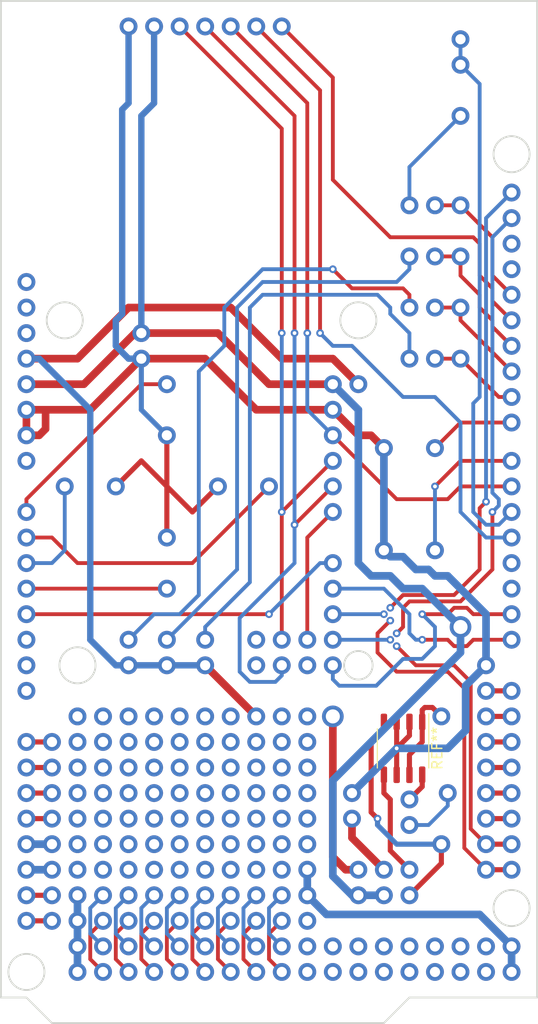
<source format=kicad_pcb>
(kicad_pcb (version 20171130) (host pcbnew "(5.1.9)-1")

  (general
    (thickness 1.6)
    (drawings 72)
    (tracks 645)
    (zones 0)
    (modules 1)
    (nets 1)
  )

  (page User 139.7 215.9)
  (layers
    (0 F.Cu mixed)
    (31 B.Cu mixed)
    (33 F.Adhes user hide)
    (35 F.Paste user hide)
    (37 F.SilkS user hide)
    (38 B.Mask user hide)
    (39 F.Mask user hide)
    (40 Dwgs.User user)
    (41 Cmts.User user hide)
    (42 Eco1.User user hide)
    (43 Eco2.User user hide)
    (44 Edge.Cuts user)
    (45 Margin user hide)
    (46 B.CrtYd user hide)
    (47 F.CrtYd user hide)
    (49 F.Fab user hide)
  )

  (setup
    (last_trace_width 0.508)
    (user_trace_width 0.381)
    (user_trace_width 0.508)
    (user_trace_width 0.635)
    (user_trace_width 0.762)
    (trace_clearance 0.254)
    (zone_clearance 0.508)
    (zone_45_only yes)
    (trace_min 0.1778)
    (via_size 1.524)
    (via_drill 0.889)
    (via_min_size 0.381)
    (via_min_drill 0.2794)
    (user_via 0.762 0.381)
    (user_via 1.27 0.635)
    (user_via 1.778 1.016)
    (user_via 2.286 1.524)
    (uvia_size 0.762)
    (uvia_drill 0.381)
    (uvias_allowed yes)
    (uvia_min_size 0.508)
    (uvia_min_drill 0.254)
    (edge_width 0.1778)
    (segment_width 0.1778)
    (pcb_text_width 0.3)
    (pcb_text_size 1.5 1.5)
    (mod_edge_width 0.1778)
    (mod_text_size 1 1)
    (mod_text_width 0.15)
    (pad_size 1.651 0.635)
    (pad_drill 0)
    (pad_to_mask_clearance 0)
    (aux_axis_origin 0 0)
    (grid_origin 8.89 8.89)
    (visible_elements 7FF8B61F)
    (pcbplotparams
      (layerselection 0x01100_ffffffff)
      (usegerberextensions false)
      (usegerberattributes true)
      (usegerberadvancedattributes true)
      (creategerberjobfile true)
      (gerberprecision 5)
      (excludeedgelayer true)
      (linewidth 0.127000)
      (plotframeref true)
      (viasonmask true)
      (mode 1)
      (useauxorigin false)
      (hpglpennumber 1)
      (hpglpenspeed 20)
      (hpglpendiameter 15.000000)
      (psnegative false)
      (psa4output false)
      (plotreference true)
      (plotvalue true)
      (plotinvisibletext false)
      (padsonsilk false)
      (subtractmaskfromsilk true)
      (outputformat 1)
      (mirror false)
      (drillshape 0)
      (scaleselection 1)
      (outputdirectory ""))
  )

  (net 0 "")

  (net_class Default "This is the default net class."
    (clearance 0.254)
    (trace_width 0.381)
    (via_dia 1.524)
    (via_drill 0.889)
    (uvia_dia 0.762)
    (uvia_drill 0.381)
  )

  (module Package_SO:SOP-8_3.9x4.9mm_P1.27mm (layer F.Cu) (tedit 60A131FC) (tstamp 60A123B7)
    (at 61.595 90.805 270)
    (descr "SOP, 8 Pin (http://www.macronix.com/Lists/Datasheet/Attachments/7534/MX25R3235F,%20Wide%20Range,%2032Mb,%20v1.6.pdf#page=79), generated with kicad-footprint-generator ipc_gullwing_generator.py")
    (tags "SOP SO")
    (attr smd)
    (fp_text reference REF** (at 0 -3.4 90) (layer F.SilkS)
      (effects (font (size 1 1) (thickness 0.15)))
    )
    (fp_text value SOP-8_3.9x4.9mm_P1.27mm (at 0 3.4 90) (layer F.Fab)
      (effects (font (size 1 1) (thickness 0.15)))
    )
    (fp_line (start 3.7 -2.7) (end -3.7 -2.7) (layer F.CrtYd) (width 0.05))
    (fp_line (start 3.7 2.7) (end 3.7 -2.7) (layer F.CrtYd) (width 0.05))
    (fp_line (start -3.7 2.7) (end 3.7 2.7) (layer F.CrtYd) (width 0.05))
    (fp_line (start -3.7 -2.7) (end -3.7 2.7) (layer F.CrtYd) (width 0.05))
    (fp_line (start -1.95 -1.475) (end -0.975 -2.45) (layer F.Fab) (width 0.1))
    (fp_line (start -1.95 2.45) (end -1.95 -1.475) (layer F.Fab) (width 0.1))
    (fp_line (start 1.95 2.45) (end -1.95 2.45) (layer F.Fab) (width 0.1))
    (fp_line (start 1.95 -2.45) (end 1.95 2.45) (layer F.Fab) (width 0.1))
    (fp_line (start -0.975 -2.45) (end 1.95 -2.45) (layer F.Fab) (width 0.1))
    (fp_line (start 0 -2.56) (end -3.45 -2.56) (layer F.SilkS) (width 0.12))
    (fp_line (start 0 -2.56) (end 1.95 -2.56) (layer F.SilkS) (width 0.12))
    (fp_line (start 0 2.56) (end -1.95 2.56) (layer F.SilkS) (width 0.12))
    (fp_line (start 0 2.56) (end 1.95 2.56) (layer F.SilkS) (width 0.12))
    (fp_text user %R (at 0 0 90) (layer F.Fab)
      (effects (font (size 0.98 0.98) (thickness 0.15)))
    )
    (pad 8 smd roundrect (at 2.625 -1.905 270) (size 1.651 0.635) (layers F.Cu F.Paste F.Mask) (roundrect_rratio 0.25))
    (pad 7 smd roundrect (at 2.625 -0.635 270) (size 1.651 0.635) (layers F.Cu F.Paste F.Mask) (roundrect_rratio 0.25))
    (pad 6 smd roundrect (at 2.625 0.635 270) (size 1.651 0.635) (layers F.Cu F.Paste F.Mask) (roundrect_rratio 0.25))
    (pad 5 smd roundrect (at 2.625 1.905 270) (size 1.651 0.635) (layers F.Cu F.Paste F.Mask) (roundrect_rratio 0.25))
    (pad 4 smd roundrect (at -2.625 1.905 270) (size 1.651 0.635) (layers F.Cu F.Paste F.Mask) (roundrect_rratio 0.25))
    (pad 3 smd roundrect (at -2.625 0.635 270) (size 1.651 0.635) (layers F.Cu F.Paste F.Mask) (roundrect_rratio 0.25))
    (pad 2 smd roundrect (at -2.625 -0.635 270) (size 1.651 0.635) (layers F.Cu F.Paste F.Mask) (roundrect_rratio 0.25))
    (pad 1 smd roundrect (at -2.625 -1.905 270) (size 1.651 0.635) (layers F.Cu F.Paste F.Mask) (roundrect_rratio 0.25))
    (model ${KISYS3DMOD}/Package_SO.3dshapes/SOP-8_3.9x4.9mm_P1.27mm.wrl
      (at (xyz 0 0 0))
      (scale (xyz 1 1 1))
      (rotate (xyz 0 0 0))
    )
  )

  (gr_line (start 65.405 100.33) (end 65.405 87.63) (layer Dwgs.User) (width 0.127) (tstamp 61135378))
  (gr_poly (pts (xy 69.342 87.376) (xy 68.453 91.186) (xy 67.056 90.805) (xy 68.072 86.995)) (layer Dwgs.User) (width 0.1))
  (gr_line (start 66.675 95.25) (end 69.85 82.55) (layer Dwgs.User) (width 0.127))
  (gr_line (start 60.96 82.296) (end 61.722 83.566) (layer Dwgs.User) (width 0.127))
  (gr_poly (pts (xy 60.706 84.201) (xy 59.944 82.931) (xy 61.341 82.931)) (layer Dwgs.User) (width 0.1))
  (gr_line (start 54.61 87.63) (end 67.31 78.74) (layer Dwgs.User) (width 0.127))
  (gr_line (start 63.5 101.6) (end 55.88 101.6) (layer Dwgs.User) (width 0.127) (tstamp 60C0D101))
  (gr_line (start 64.135 102.235) (end 63.5 101.6) (layer Dwgs.User) (width 0.127))
  (gr_line (start 68.58 102.235) (end 64.135 102.235) (layer Dwgs.User) (width 0.127))
  (gr_line (start 69.215 102.87) (end 68.58 102.235) (layer Dwgs.User) (width 0.127))
  (gr_line (start 69.215 105.41) (end 69.215 102.87) (layer Dwgs.User) (width 0.127))
  (gr_line (start 68.58 106.045) (end 69.215 105.41) (layer Dwgs.User) (width 0.127))
  (gr_line (start 64.135 106.045) (end 68.58 106.045) (layer Dwgs.User) (width 0.127))
  (gr_line (start 63.5 106.68) (end 64.135 106.045) (layer Dwgs.User) (width 0.127))
  (gr_line (start 55.88 106.68) (end 63.5 106.68) (layer Dwgs.User) (width 0.127))
  (gr_line (start 55.88 101.6) (end 55.88 106.68) (layer Dwgs.User) (width 0.127))
  (gr_line (start 57.785 93.98) (end 55.245 93.98) (layer Dwgs.User) (width 0.127) (tstamp 60C0D0EE))
  (gr_line (start 57.785 99.06) (end 57.785 93.98) (layer Dwgs.User) (width 0.127))
  (gr_line (start 55.245 99.06) (end 57.785 99.06) (layer Dwgs.User) (width 0.127))
  (gr_line (start 55.245 93.98) (end 55.245 99.06) (layer Dwgs.User) (width 0.127))
  (gr_circle (center 62.23 97.155) (end 62.23 95.25) (layer Dwgs.User) (width 0.127))
  (gr_circle (center 27.94 48.26) (end 29.21 49.53) (layer Edge.Cuts) (width 0.1778) (tstamp 604DB379))
  (gr_circle (center 57.15 48.26) (end 58.946051 48.26) (layer Edge.Cuts) (width 0.1778))
  (gr_line (start 62.23 115.57) (end 74.93 115.57) (layer Edge.Cuts) (width 0.1778) (tstamp 5FDE6659))
  (gr_line (start 59.69 118.11) (end 26.67 118.11) (layer Edge.Cuts) (width 0.1778) (tstamp 5FDE6656))
  (gr_circle (center 24.13 113.03) (end 25.4 114.3) (layer Edge.Cuts) (width 0.1778))
  (gr_line (start 59.69 118.11) (end 62.23 115.57) (layer Edge.Cuts) (width 0.1778))
  (gr_circle (center 72.39 106.68) (end 73.66 107.95) (layer Edge.Cuts) (width 0.1778))
  (gr_line (start 24.13 115.57) (end 26.67 118.11) (layer Edge.Cuts) (width 0.1778))
  (gr_line (start 21.59 115.57) (end 24.13 115.57) (layer Edge.Cuts) (width 0.1778))
  (gr_circle (center 29.21 82.55) (end 30.48 83.82) (layer Edge.Cuts) (width 0.1778))
  (gr_circle (center 57.15 82.55) (end 58.42 83.185) (layer Edge.Cuts) (width 0.1778))
  (gr_circle (center 72.39 31.75) (end 73.66 30.48) (layer Edge.Cuts) (width 0.1778))
  (gr_line (start 74.93 16.51) (end 21.59 16.51) (layer Edge.Cuts) (width 0.1778) (tstamp 5FC4A363))
  (gr_line (start 74.93 115.57) (end 74.93 16.51) (layer Edge.Cuts) (width 0.1778))
  (gr_line (start 21.59 16.51) (end 21.59 115.57) (layer Edge.Cuts) (width 0.1778))
  (gr_line (start 68.58 49.53) (end 68.58 45.72) (layer Dwgs.User) (width 0.15))
  (gr_line (start 60.96 49.53) (end 68.58 49.53) (layer Dwgs.User) (width 0.15))
  (gr_line (start 68.58 45.72) (end 60.96 45.72) (layer Dwgs.User) (width 0.15) (tstamp 5FC35979))
  (gr_line (start 60.96 45.72) (end 60.96 49.53) (layer Dwgs.User) (width 0.15))
  (gr_line (start 68.58 40.64) (end 60.96 40.64) (layer Dwgs.User) (width 0.15) (tstamp 5FC3595A))
  (gr_line (start 60.96 44.45) (end 68.58 44.45) (layer Dwgs.User) (width 0.15))
  (gr_line (start 60.96 40.64) (end 60.96 44.45) (layer Dwgs.User) (width 0.15))
  (gr_line (start 68.58 44.45) (end 68.58 40.64) (layer Dwgs.User) (width 0.15))
  (gr_line (start 68.58 35.56) (end 60.96 35.56) (layer Dwgs.User) (width 0.15) (tstamp 5FC35953))
  (gr_line (start 60.96 35.56) (end 60.96 39.37) (layer Dwgs.User) (width 0.15))
  (gr_line (start 60.96 39.37) (end 68.58 39.37) (layer Dwgs.User) (width 0.15))
  (gr_line (start 68.58 39.37) (end 68.58 35.56) (layer Dwgs.User) (width 0.15))
  (gr_circle (center 30.48 64.77) (end 33.02 64.77) (layer Dwgs.User) (width 0.15))
  (gr_circle (center 62.23 71.12) (end 64.77 71.12) (layer Dwgs.User) (width 0.15))
  (gr_line (start 25.4 45.72) (end 59.69 45.72) (layer Dwgs.User) (width 0.15))
  (gr_line (start 59.69 22.86) (end 25.4 22.86) (layer Dwgs.User) (width 0.15))
  (gr_line (start 68.58 50.8) (end 60.96 50.8) (layer Dwgs.User) (width 0.15) (tstamp 5FC3597F))
  (gr_line (start 68.58 54.61) (end 68.58 50.8) (layer Dwgs.User) (width 0.15))
  (gr_line (start 60.96 54.61) (end 68.58 54.61) (layer Dwgs.User) (width 0.15))
  (gr_line (start 60.96 50.8) (end 60.96 54.61) (layer Dwgs.User) (width 0.15))
  (gr_circle (center 67.31 24.13) (end 67.31 30.48) (layer Dwgs.User) (width 0.15))
  (gr_circle (center 45.72 64.77) (end 48.26 64.77) (layer Dwgs.User) (width 0.15))
  (gr_circle (center 38.1 72.39) (end 38.1 69.85) (layer Dwgs.User) (width 0.15))
  (gr_circle (center 38.1 57.15) (end 38.1 54.61) (layer Dwgs.User) (width 0.15))
  (gr_circle (center 62.23 60.96) (end 64.77 60.96) (layer Dwgs.User) (width 0.15))
  (gr_line (start 59.69 17.78) (end 25.4 17.78) (layer Dwgs.User) (width 0.15) (tstamp 5FC3435D))
  (gr_line (start 59.69 50.8) (end 59.69 17.78) (layer Dwgs.User) (width 0.15))
  (gr_line (start 25.4 50.8) (end 59.69 50.8) (layer Dwgs.User) (width 0.15))
  (gr_line (start 25.4 17.78) (end 25.4 50.8) (layer Dwgs.User) (width 0.15))
  (gr_line (start 53.34 78.74) (end 45.72 78.74) (layer Dwgs.User) (width 0.15) (tstamp 5FC342E7))
  (gr_line (start 53.34 83.82) (end 53.34 78.74) (layer Dwgs.User) (width 0.15))
  (gr_line (start 45.72 83.82) (end 53.34 83.82) (layer Dwgs.User) (width 0.15))
  (gr_line (start 45.72 78.74) (end 45.72 83.82) (layer Dwgs.User) (width 0.15))
  (gr_circle (center 41.91 81.28) (end 41.91 79.375) (layer Dwgs.User) (width 0.15))
  (gr_circle (center 38.1 81.28) (end 38.1 79.375) (layer Dwgs.User) (width 0.15))
  (gr_circle (center 34.29 81.28) (end 34.29 79.375) (layer Dwgs.User) (width 0.15))

  (via blind (at 49.53 67.31) (size 0.762) (drill 0.381) (layers F.Cu B.Cu) (net 0))
  (segment (start 35.56 54.61) (end 24.13 66.04) (width 0.381) (layer F.Cu) (net 0))
  (segment (start 24.13 66.04) (end 24.13 67.31) (width 0.381) (layer F.Cu) (net 0))
  (segment (start 26.67 72.39) (end 24.13 72.39) (width 0.381) (layer B.Cu) (net 0))
  (segment (start 40.64 72.39) (end 29.21 72.39) (width 0.381) (layer F.Cu) (net 0))
  (segment (start 29.21 72.39) (end 26.67 69.85) (width 0.381) (layer F.Cu) (net 0))
  (segment (start 26.67 69.85) (end 24.13 69.85) (width 0.381) (layer F.Cu) (net 0))
  (via blind (at 50.8 68.58) (size 0.762) (drill 0.381) (layers F.Cu B.Cu) (net 0))
  (segment (start 67.31 64.77) (end 66.04 66.04) (width 0.381) (layer F.Cu) (net 0))
  (segment (start 67.31 62.23) (end 64.77 64.77) (width 0.381) (layer F.Cu) (net 0))
  (via blind (at 64.77 64.77) (size 0.762) (drill 0.381) (layers F.Cu B.Cu) (net 0))
  (segment (start 43.815 46.99) (end 43.815 50.8) (width 0.381) (layer B.Cu) (net 0))
  (segment (start 47.625 43.18) (end 43.815 46.99) (width 0.381) (layer B.Cu) (net 0))
  (segment (start 47.625 44.45) (end 45.085 46.99) (width 0.381) (layer B.Cu) (net 0))
  (segment (start 62.23 43.18) (end 60.96 44.45) (width 0.381) (layer B.Cu) (net 0))
  (via (at 49.53 49.53) (size 0.762) (drill 0.381) (layers F.Cu B.Cu) (net 0))
  (segment (start 49.53 49.53) (end 49.53 67.31) (width 0.381) (layer B.Cu) (net 0) (tstamp 5FC36653))
  (via (at 50.8 49.53) (size 0.762) (drill 0.381) (layers F.Cu B.Cu) (net 0))
  (via (at 52.07 49.53) (size 0.762) (drill 0.381) (layers F.Cu B.Cu) (net 0))
  (segment (start 52.07 49.53) (end 52.07 57.15) (width 0.381) (layer B.Cu) (net 0) (tstamp 5FC3664F))
  (segment (start 52.07 57.15) (end 54.61 59.69) (width 0.381) (layer B.Cu) (net 0))
  (segment (start 48.26 54.61) (end 43.18 49.53) (width 0.762) (layer F.Cu) (net 0))
  (segment (start 43.18 49.53) (end 35.56 49.53) (width 0.762) (layer F.Cu) (net 0))
  (segment (start 62.23 33.02) (end 67.31 27.94) (width 0.381) (layer B.Cu) (net 0))
  (segment (start 52.07 69.85) (end 52.07 80.01) (width 0.381) (layer F.Cu) (net 0))
  (segment (start 49.53 67.31) (end 49.53 80.01) (width 0.381) (layer F.Cu) (net 0) (tstamp 5FC35249))
  (segment (start 27.94 71.12) (end 26.67 72.39) (width 0.381) (layer B.Cu) (net 0))
  (via (at 49.53 105.41) (size 1.778) (drill 1.016) (layers F.Cu B.Cu) (net 0))
  (via (at 46.99 105.41) (size 1.778) (drill 1.016) (layers F.Cu B.Cu) (net 0))
  (via (at 44.45 105.41) (size 1.778) (drill 1.016) (layers F.Cu B.Cu) (net 0))
  (via (at 41.91 105.41) (size 1.778) (drill 1.016) (layers F.Cu B.Cu) (net 0))
  (via (at 39.37 105.41) (size 1.778) (drill 1.016) (layers F.Cu B.Cu) (net 0))
  (via (at 36.83 105.41) (size 1.778) (drill 1.016) (layers F.Cu B.Cu) (net 0))
  (via (at 34.29 105.41) (size 1.778) (drill 1.016) (layers F.Cu B.Cu) (net 0))
  (via (at 31.75 105.41) (size 1.778) (drill 1.016) (layers F.Cu B.Cu) (net 0))
  (via (at 29.21 105.41) (size 1.778) (drill 1.016) (layers F.Cu B.Cu) (net 0))
  (via (at 29.21 107.95) (size 1.778) (drill 1.016) (layers F.Cu B.Cu) (net 0))
  (via (at 29.21 110.49) (size 1.778) (drill 1.016) (layers F.Cu B.Cu) (net 0))
  (via (at 29.21 113.03) (size 1.778) (drill 1.016) (layers F.Cu B.Cu) (net 0))
  (via (at 31.75 113.03) (size 1.778) (drill 1.016) (layers F.Cu B.Cu) (net 0))
  (via (at 31.75 110.49) (size 1.778) (drill 1.016) (layers F.Cu B.Cu) (net 0))
  (via (at 31.75 107.95) (size 1.778) (drill 1.016) (layers F.Cu B.Cu) (net 0))
  (via (at 34.29 107.95) (size 1.778) (drill 1.016) (layers F.Cu B.Cu) (net 0))
  (via (at 34.29 110.49) (size 1.778) (drill 1.016) (layers F.Cu B.Cu) (net 0))
  (via (at 34.29 113.03) (size 1.778) (drill 1.016) (layers F.Cu B.Cu) (net 0))
  (via (at 36.83 113.03) (size 1.778) (drill 1.016) (layers F.Cu B.Cu) (net 0))
  (via (at 36.83 110.49) (size 1.778) (drill 1.016) (layers F.Cu B.Cu) (net 0))
  (via (at 36.83 107.95) (size 1.778) (drill 1.016) (layers F.Cu B.Cu) (net 0))
  (via (at 39.37 107.95) (size 1.778) (drill 1.016) (layers F.Cu B.Cu) (net 0))
  (via (at 39.37 110.49) (size 1.778) (drill 1.016) (layers F.Cu B.Cu) (net 0))
  (via (at 39.37 113.03) (size 1.778) (drill 1.016) (layers F.Cu B.Cu) (net 0))
  (via (at 49.53 107.95) (size 1.778) (drill 1.016) (layers F.Cu B.Cu) (net 0))
  (via (at 46.99 107.95) (size 1.778) (drill 1.016) (layers F.Cu B.Cu) (net 0))
  (via (at 44.45 107.95) (size 1.778) (drill 1.016) (layers F.Cu B.Cu) (net 0))
  (via (at 41.91 107.95) (size 1.778) (drill 1.016) (layers F.Cu B.Cu) (net 0))
  (via (at 41.91 110.49) (size 1.778) (drill 1.016) (layers F.Cu B.Cu) (net 0))
  (via (at 41.91 113.03) (size 1.778) (drill 1.016) (layers F.Cu B.Cu) (net 0))
  (via (at 44.45 113.03) (size 1.778) (drill 1.016) (layers F.Cu B.Cu) (net 0))
  (via (at 44.45 110.49) (size 1.778) (drill 1.016) (layers F.Cu B.Cu) (net 0))
  (via (at 49.53 82.55) (size 1.778) (drill 1.016) (layers F.Cu B.Cu) (net 0))
  (via (at 49.53 80.01) (size 1.778) (drill 1.016) (layers F.Cu B.Cu) (net 0))
  (via (at 52.07 80.01) (size 1.778) (drill 1.016) (layers F.Cu B.Cu) (net 0))
  (via (at 52.07 82.55) (size 1.778) (drill 1.016) (layers F.Cu B.Cu) (net 0))
  (via (at 46.99 80.01) (size 1.778) (drill 1.016) (layers F.Cu B.Cu) (net 0))
  (via (at 46.99 82.55) (size 1.778) (drill 1.016) (layers F.Cu B.Cu) (net 0))
  (via (at 54.61 82.55) (size 1.778) (drill 1.016) (layers F.Cu B.Cu) (net 0))
  (via (at 54.61 80.01) (size 1.778) (drill 1.016) (layers F.Cu B.Cu) (net 0))
  (via (at 54.61 77.47) (size 1.778) (drill 1.016) (layers F.Cu B.Cu) (net 0))
  (via (at 54.61 74.93) (size 1.778) (drill 1.016) (layers F.Cu B.Cu) (net 0))
  (via (at 41.91 82.55) (size 1.778) (drill 1.016) (layers F.Cu B.Cu) (net 0))
  (via (at 41.91 80.01) (size 1.778) (drill 1.016) (layers F.Cu B.Cu) (net 0))
  (via (at 38.1 80.01) (size 1.778) (drill 1.016) (layers F.Cu B.Cu) (net 0))
  (via (at 38.1 82.55) (size 1.778) (drill 1.016) (layers F.Cu B.Cu) (net 0))
  (via (at 34.29 80.01) (size 1.778) (drill 1.016) (layers F.Cu B.Cu) (net 0))
  (via (at 24.13 74.93) (size 1.778) (drill 1.016) (layers F.Cu B.Cu) (net 0))
  (via (at 24.13 72.39) (size 1.778) (drill 1.016) (layers F.Cu B.Cu) (net 0))
  (via (at 24.13 69.85) (size 1.778) (drill 1.016) (layers F.Cu B.Cu) (net 0))
  (via (at 24.13 67.31) (size 1.778) (drill 1.016) (layers F.Cu B.Cu) (net 0))
  (via (at 24.13 90.17) (size 1.778) (drill 1.016) (layers F.Cu B.Cu) (net 0))
  (via (at 24.13 85.09) (size 1.778) (drill 1.016) (layers F.Cu B.Cu) (net 0))
  (via (at 24.13 82.55) (size 1.778) (drill 1.016) (layers F.Cu B.Cu) (net 0))
  (via (at 24.13 80.01) (size 1.778) (drill 1.016) (layers F.Cu B.Cu) (net 0))
  (via (at 24.13 92.71) (size 1.778) (drill 1.016) (layers F.Cu B.Cu) (net 0))
  (via (at 26.67 92.71) (size 1.778) (drill 1.016) (layers F.Cu B.Cu) (net 0))
  (via (at 26.67 90.17) (size 1.778) (drill 1.016) (layers F.Cu B.Cu) (net 0))
  (via (at 72.39 80.01) (size 1.778) (drill 1.016) (layers F.Cu B.Cu) (net 0))
  (via (at 72.39 77.47) (size 1.778) (drill 1.016) (layers F.Cu B.Cu) (net 0))
  (via (at 72.39 74.93) (size 1.778) (drill 1.016) (layers F.Cu B.Cu) (net 0))
  (via (at 72.39 72.39) (size 1.778) (drill 1.016) (layers F.Cu B.Cu) (net 0))
  (via (at 72.39 67.31) (size 1.778) (drill 1.016) (layers F.Cu B.Cu) (net 0))
  (segment (start 72.39 64.77) (end 67.31 64.77) (width 0.381) (layer F.Cu) (net 0) (tstamp 5FDE63AB))
  (via (at 72.39 64.77) (size 1.778) (drill 1.016) (layers F.Cu B.Cu) (net 0))
  (segment (start 72.39 62.23) (end 67.31 62.23) (width 0.381) (layer F.Cu) (net 0) (tstamp 5FDE63AD))
  (via (at 72.39 62.23) (size 1.778) (drill 1.016) (layers F.Cu B.Cu) (net 0))
  (via (at 72.39 58.42) (size 1.778) (drill 1.016) (layers F.Cu B.Cu) (net 0))
  (via (at 72.39 55.88) (size 1.778) (drill 1.016) (layers F.Cu B.Cu) (net 0))
  (via (at 72.39 53.34) (size 1.778) (drill 1.016) (layers F.Cu B.Cu) (net 0))
  (via (at 72.39 48.26) (size 1.778) (drill 1.016) (layers F.Cu B.Cu) (net 0))
  (via (at 72.39 45.72) (size 1.778) (drill 1.016) (layers F.Cu B.Cu) (net 0))
  (via (at 72.39 43.18) (size 1.778) (drill 1.016) (layers F.Cu B.Cu) (net 0))
  (via (at 72.39 40.64) (size 1.778) (drill 1.016) (layers F.Cu B.Cu) (net 0))
  (via (at 72.39 38.1) (size 1.778) (drill 1.016) (layers F.Cu B.Cu) (net 0))
  (via (at 72.39 35.56) (size 1.778) (drill 1.016) (layers F.Cu B.Cu) (net 0))
  (via (at 67.31 36.83) (size 1.778) (drill 1.016) (layers F.Cu B.Cu) (net 0))
  (via (at 64.77 36.83) (size 1.778) (drill 1.016) (layers F.Cu B.Cu) (net 0))
  (via (at 62.23 36.83) (size 1.778) (drill 1.016) (layers F.Cu B.Cu) (net 0))
  (via (at 62.23 41.91) (size 1.778) (drill 1.016) (layers F.Cu B.Cu) (net 0))
  (segment (start 62.23 41.91) (end 62.23 43.18) (width 0.381) (layer B.Cu) (net 0) (tstamp 5FDE63C3))
  (via (at 67.31 41.91) (size 1.778) (drill 1.016) (layers F.Cu B.Cu) (net 0))
  (via (at 67.31 46.99) (size 1.778) (drill 1.016) (layers F.Cu B.Cu) (net 0))
  (via (at 62.23 46.99) (size 1.778) (drill 1.016) (layers F.Cu B.Cu) (net 0))
  (via (at 62.23 52.07) (size 1.778) (drill 1.016) (layers F.Cu B.Cu) (net 0))
  (via (at 64.77 52.07) (size 1.778) (drill 1.016) (layers F.Cu B.Cu) (net 0))
  (via (at 67.31 52.07) (size 1.778) (drill 1.016) (layers F.Cu B.Cu) (net 0))
  (via (at 64.77 60.96) (size 1.778) (drill 1.016) (layers F.Cu B.Cu) (net 0))
  (via (at 59.69 60.96) (size 1.778) (drill 1.016) (layers F.Cu B.Cu) (net 0))
  (via (at 64.77 71.12) (size 1.778) (drill 1.016) (layers F.Cu B.Cu) (net 0))
  (via (at 59.69 71.12) (size 1.778) (drill 1.016) (layers F.Cu B.Cu) (net 0))
  (segment (start 54.61 67.31) (end 52.07 69.85) (width 0.381) (layer F.Cu) (net 0) (tstamp 5FDE63D7))
  (via (at 54.61 67.31) (size 1.778) (drill 1.016) (layers F.Cu B.Cu) (net 0))
  (segment (start 54.61 64.77) (end 50.8 68.58) (width 0.381) (layer F.Cu) (net 0) (tstamp 5FDE63D9))
  (via (at 54.61 64.77) (size 1.778) (drill 1.016) (layers F.Cu B.Cu) (net 0))
  (segment (start 54.61 62.23) (end 49.53 67.31) (width 0.381) (layer F.Cu) (net 0) (tstamp 5FDE63DB))
  (via (at 54.61 62.23) (size 1.778) (drill 1.016) (layers F.Cu B.Cu) (net 0))
  (via (at 54.61 59.69) (size 1.778) (drill 1.016) (layers F.Cu B.Cu) (net 0))
  (via (at 54.61 57.15) (size 1.778) (drill 1.016) (layers F.Cu B.Cu) (net 0))
  (segment (start 54.61 54.61) (end 48.26 54.61) (width 0.762) (layer F.Cu) (net 0) (tstamp 5FDE63E1))
  (via (at 54.61 54.61) (size 1.778) (drill 1.016) (layers F.Cu B.Cu) (net 0))
  (segment (start 48.26 64.77) (end 40.64 72.39) (width 0.381) (layer F.Cu) (net 0) (tstamp 5FDE63E3))
  (via (at 48.26 64.77) (size 1.778) (drill 1.016) (layers F.Cu B.Cu) (net 0))
  (via (at 43.18 64.77) (size 1.778) (drill 1.016) (layers F.Cu B.Cu) (net 0))
  (via (at 38.1 69.85) (size 1.778) (drill 1.016) (layers F.Cu B.Cu) (net 0))
  (segment (start 38.1 74.93) (end 24.13 74.93) (width 0.381) (layer F.Cu) (net 0) (tstamp 5FDE63F8))
  (via (at 38.1 74.93) (size 1.778) (drill 1.016) (layers F.Cu B.Cu) (net 0))
  (segment (start 38.1 54.61) (end 35.56 54.61) (width 0.381) (layer F.Cu) (net 0) (tstamp 5FDE63FA))
  (via (at 38.1 54.61) (size 1.778) (drill 1.016) (layers F.Cu B.Cu) (net 0))
  (via (at 38.1 59.69) (size 1.778) (drill 1.016) (layers F.Cu B.Cu) (net 0))
  (via (at 33.02 64.77) (size 1.778) (drill 1.016) (layers F.Cu B.Cu) (net 0))
  (segment (start 27.94 64.77) (end 27.94 71.12) (width 0.381) (layer B.Cu) (net 0) (tstamp 5FDE6400))
  (via (at 27.94 64.77) (size 1.778) (drill 1.016) (layers F.Cu B.Cu) (net 0))
  (via (at 52.07 87.63) (size 1.778) (drill 1.016) (layers F.Cu B.Cu) (net 0))
  (via (at 49.53 87.63) (size 1.778) (drill 1.016) (layers F.Cu B.Cu) (net 0))
  (via (at 46.99 87.63) (size 1.778) (drill 1.016) (layers F.Cu B.Cu) (net 0))
  (via (at 44.45 87.63) (size 1.778) (drill 1.016) (layers F.Cu B.Cu) (net 0))
  (via (at 41.91 87.63) (size 1.778) (drill 1.016) (layers F.Cu B.Cu) (net 0))
  (via (at 39.37 87.63) (size 1.778) (drill 1.016) (layers F.Cu B.Cu) (net 0))
  (via (at 36.83 87.63) (size 1.778) (drill 1.016) (layers F.Cu B.Cu) (net 0))
  (via (at 34.29 87.63) (size 1.778) (drill 1.016) (layers F.Cu B.Cu) (net 0))
  (via (at 31.75 87.63) (size 1.778) (drill 1.016) (layers F.Cu B.Cu) (net 0))
  (via (at 31.75 90.17) (size 1.778) (drill 1.016) (layers F.Cu B.Cu) (net 0))
  (via (at 31.75 92.71) (size 1.778) (drill 1.016) (layers F.Cu B.Cu) (net 0))
  (via (at 31.75 95.25) (size 1.778) (drill 1.016) (layers F.Cu B.Cu) (net 0))
  (via (at 31.75 97.79) (size 1.778) (drill 1.016) (layers F.Cu B.Cu) (net 0))
  (via (at 31.75 100.33) (size 1.778) (drill 1.016) (layers F.Cu B.Cu) (net 0))
  (via (at 31.75 102.87) (size 1.778) (drill 1.016) (layers F.Cu B.Cu) (net 0))
  (via (at 29.21 102.87) (size 1.778) (drill 1.016) (layers F.Cu B.Cu) (net 0))
  (via (at 26.67 102.87) (size 1.778) (drill 1.016) (layers F.Cu B.Cu) (net 0))
  (via (at 26.67 100.33) (size 1.778) (drill 1.016) (layers F.Cu B.Cu) (net 0))
  (via (at 24.13 100.33) (size 1.778) (drill 1.016) (layers F.Cu B.Cu) (net 0))
  (via (at 24.13 97.79) (size 1.778) (drill 1.016) (layers F.Cu B.Cu) (net 0))
  (via (at 26.67 97.79) (size 1.778) (drill 1.016) (layers F.Cu B.Cu) (net 0))
  (via (at 26.67 95.25) (size 1.778) (drill 1.016) (layers F.Cu B.Cu) (net 0))
  (via (at 24.13 95.25) (size 1.778) (drill 1.016) (layers F.Cu B.Cu) (net 0))
  (via (at 26.67 105.41) (size 1.778) (drill 1.016) (layers F.Cu B.Cu) (net 0))
  (via (at 24.13 105.41) (size 1.778) (drill 1.016) (layers F.Cu B.Cu) (net 0))
  (via (at 24.13 107.95) (size 1.778) (drill 1.016) (layers F.Cu B.Cu) (net 0))
  (via (at 24.13 102.87) (size 1.778) (drill 1.016) (layers F.Cu B.Cu) (net 0))
  (via (at 26.67 107.95) (size 1.778) (drill 1.016) (layers F.Cu B.Cu) (net 0))
  (via (at 29.21 100.33) (size 1.778) (drill 1.016) (layers F.Cu B.Cu) (net 0))
  (via (at 29.21 97.79) (size 1.778) (drill 1.016) (layers F.Cu B.Cu) (net 0))
  (via (at 29.21 95.25) (size 1.778) (drill 1.016) (layers F.Cu B.Cu) (net 0))
  (via (at 29.21 92.71) (size 1.778) (drill 1.016) (layers F.Cu B.Cu) (net 0))
  (via (at 29.21 90.17) (size 1.778) (drill 1.016) (layers F.Cu B.Cu) (net 0))
  (via (at 29.21 87.63) (size 1.778) (drill 1.016) (layers F.Cu B.Cu) (net 0))
  (via (at 34.29 90.17) (size 1.778) (drill 1.016) (layers F.Cu B.Cu) (net 0))
  (via (at 36.83 90.17) (size 1.778) (drill 1.016) (layers F.Cu B.Cu) (net 0))
  (via (at 39.37 90.17) (size 1.778) (drill 1.016) (layers F.Cu B.Cu) (net 0))
  (via (at 39.37 92.71) (size 1.778) (drill 1.016) (layers F.Cu B.Cu) (net 0))
  (via (at 36.83 92.71) (size 1.778) (drill 1.016) (layers F.Cu B.Cu) (net 0))
  (via (at 34.29 92.71) (size 1.778) (drill 1.016) (layers F.Cu B.Cu) (net 0))
  (via (at 34.29 95.25) (size 1.778) (drill 1.016) (layers F.Cu B.Cu) (net 0))
  (via (at 34.29 97.79) (size 1.778) (drill 1.016) (layers F.Cu B.Cu) (net 0))
  (via (at 34.29 100.33) (size 1.778) (drill 1.016) (layers F.Cu B.Cu) (net 0))
  (via (at 34.29 102.87) (size 1.778) (drill 1.016) (layers F.Cu B.Cu) (net 0))
  (via (at 36.83 102.87) (size 1.778) (drill 1.016) (layers F.Cu B.Cu) (net 0))
  (via (at 36.83 100.33) (size 1.778) (drill 1.016) (layers F.Cu B.Cu) (net 0))
  (via (at 36.83 97.79) (size 1.778) (drill 1.016) (layers F.Cu B.Cu) (net 0))
  (via (at 36.83 95.25) (size 1.778) (drill 1.016) (layers F.Cu B.Cu) (net 0))
  (via (at 39.37 95.25) (size 1.778) (drill 1.016) (layers F.Cu B.Cu) (net 0))
  (via (at 39.37 97.79) (size 1.778) (drill 1.016) (layers F.Cu B.Cu) (net 0))
  (via (at 39.37 100.33) (size 1.778) (drill 1.016) (layers F.Cu B.Cu) (net 0))
  (via (at 39.37 102.87) (size 1.778) (drill 1.016) (layers F.Cu B.Cu) (net 0))
  (via (at 41.91 102.87) (size 1.778) (drill 1.016) (layers F.Cu B.Cu) (net 0))
  (via (at 44.45 102.87) (size 1.778) (drill 1.016) (layers F.Cu B.Cu) (net 0))
  (via (at 46.99 102.87) (size 1.778) (drill 1.016) (layers F.Cu B.Cu) (net 0))
  (via (at 49.53 102.87) (size 1.778) (drill 1.016) (layers F.Cu B.Cu) (net 0))
  (via (at 49.53 100.33) (size 1.778) (drill 1.016) (layers F.Cu B.Cu) (net 0))
  (via (at 46.99 100.33) (size 1.778) (drill 1.016) (layers F.Cu B.Cu) (net 0))
  (via (at 44.45 100.33) (size 1.778) (drill 1.016) (layers F.Cu B.Cu) (net 0))
  (via (at 41.91 100.33) (size 1.778) (drill 1.016) (layers F.Cu B.Cu) (net 0))
  (via (at 41.91 97.79) (size 1.778) (drill 1.016) (layers F.Cu B.Cu) (net 0))
  (via (at 44.45 97.79) (size 1.778) (drill 1.016) (layers F.Cu B.Cu) (net 0))
  (via (at 46.99 97.79) (size 1.778) (drill 1.016) (layers F.Cu B.Cu) (net 0))
  (via (at 49.53 97.79) (size 1.778) (drill 1.016) (layers F.Cu B.Cu) (net 0))
  (via (at 52.07 107.95) (size 1.778) (drill 1.016) (layers F.Cu B.Cu) (net 0))
  (via (at 49.53 95.25) (size 1.778) (drill 1.016) (layers F.Cu B.Cu) (net 0))
  (via (at 46.99 95.25) (size 1.778) (drill 1.016) (layers F.Cu B.Cu) (net 0))
  (via (at 44.45 95.25) (size 1.778) (drill 1.016) (layers F.Cu B.Cu) (net 0))
  (via (at 41.91 95.25) (size 1.778) (drill 1.016) (layers F.Cu B.Cu) (net 0))
  (via (at 41.91 92.71) (size 1.778) (drill 1.016) (layers F.Cu B.Cu) (net 0))
  (via (at 41.91 90.17) (size 1.778) (drill 1.016) (layers F.Cu B.Cu) (net 0))
  (via (at 44.45 90.17) (size 1.778) (drill 1.016) (layers F.Cu B.Cu) (net 0))
  (via (at 44.45 92.71) (size 1.778) (drill 1.016) (layers F.Cu B.Cu) (net 0))
  (via (at 46.99 92.71) (size 1.778) (drill 1.016) (layers F.Cu B.Cu) (net 0))
  (via (at 46.99 90.17) (size 1.778) (drill 1.016) (layers F.Cu B.Cu) (net 0))
  (via (at 49.53 90.17) (size 1.778) (drill 1.016) (layers F.Cu B.Cu) (net 0))
  (via (at 49.53 92.71) (size 1.778) (drill 1.016) (layers F.Cu B.Cu) (net 0))
  (via (at 52.07 92.71) (size 1.778) (drill 1.016) (layers F.Cu B.Cu) (net 0))
  (via (at 52.07 90.17) (size 1.778) (drill 1.016) (layers F.Cu B.Cu) (net 0))
  (via (at 24.13 62.23) (size 1.778) (drill 1.016) (layers F.Cu B.Cu) (net 0))
  (via (at 24.13 59.69) (size 1.778) (drill 1.016) (layers F.Cu B.Cu) (net 0))
  (via (at 24.13 57.15) (size 1.778) (drill 1.016) (layers F.Cu B.Cu) (net 0))
  (via (at 24.13 54.61) (size 1.778) (drill 1.016) (layers F.Cu B.Cu) (net 0))
  (via (at 24.13 52.07) (size 1.778) (drill 1.016) (layers F.Cu B.Cu) (net 0))
  (via (at 24.13 49.53) (size 1.778) (drill 1.016) (layers F.Cu B.Cu) (net 0))
  (via (at 24.13 46.99) (size 1.778) (drill 1.016) (layers F.Cu B.Cu) (net 0))
  (via (at 24.13 44.45) (size 1.778) (drill 1.016) (layers F.Cu B.Cu) (net 0))
  (via (at 49.53 19.05) (size 1.778) (drill 1.016) (layers F.Cu B.Cu) (net 0))
  (via (at 44.45 19.05) (size 1.778) (drill 1.016) (layers F.Cu B.Cu) (net 0))
  (via (at 41.91 19.05) (size 1.778) (drill 1.016) (layers F.Cu B.Cu) (net 0))
  (via (at 39.37 19.05) (size 1.778) (drill 1.016) (layers F.Cu B.Cu) (net 0))
  (via (at 36.83 19.05) (size 1.778) (drill 1.016) (layers F.Cu B.Cu) (net 0))
  (via (at 34.29 19.05) (size 1.778) (drill 1.016) (layers F.Cu B.Cu) (net 0))
  (via (at 67.31 27.94) (size 1.778) (drill 1.016) (layers F.Cu B.Cu) (net 0))
  (via (at 67.31 20.32) (size 1.778) (drill 1.016) (layers F.Cu B.Cu) (net 0))
  (via (at 56.515 97.79) (size 1.778) (drill 1.016) (layers F.Cu B.Cu) (net 0))
  (via (at 57.15 110.49) (size 1.778) (drill 1.016) (layers F.Cu B.Cu) (net 0))
  (via (at 57.15 113.03) (size 1.778) (drill 1.016) (layers F.Cu B.Cu) (net 0))
  (via (at 59.69 113.03) (size 1.778) (drill 1.016) (layers F.Cu B.Cu) (net 0))
  (via (at 59.69 110.49) (size 1.778) (drill 1.016) (layers F.Cu B.Cu) (net 0))
  (via (at 62.23 110.49) (size 1.778) (drill 1.016) (layers F.Cu B.Cu) (net 0))
  (via (at 62.23 113.03) (size 1.778) (drill 1.016) (layers F.Cu B.Cu) (net 0))
  (via (at 56.515 95.25) (size 1.778) (drill 1.016) (layers F.Cu B.Cu) (net 0))
  (via (at 52.07 105.41) (size 1.778) (drill 1.016) (layers F.Cu B.Cu) (net 0))
  (via (at 46.99 110.49) (size 1.778) (drill 1.016) (layers F.Cu B.Cu) (net 0))
  (via (at 46.99 113.03) (size 1.778) (drill 1.016) (layers F.Cu B.Cu) (net 0))
  (via (at 49.53 110.49) (size 1.778) (drill 1.016) (layers F.Cu B.Cu) (net 0))
  (via (at 49.53 113.03) (size 1.778) (drill 1.016) (layers F.Cu B.Cu) (net 0))
  (via (at 52.07 113.03) (size 1.778) (drill 1.016) (layers F.Cu B.Cu) (net 0))
  (via (at 52.07 110.49) (size 1.778) (drill 1.016) (layers F.Cu B.Cu) (net 0))
  (segment (start 43.815 50.8) (end 41.275 53.34) (width 0.381) (layer B.Cu) (net 0))
  (segment (start 50.8 49.53) (end 50.8 68.58) (width 0.381) (layer B.Cu) (net 0))
  (via (at 67.31 22.86) (size 1.778) (drill 1.016) (layers F.Cu B.Cu) (net 0))
  (segment (start 67.31 22.86) (end 67.31 20.32) (width 0.381) (layer B.Cu) (net 0))
  (segment (start 31.75 113.03) (end 30.48 111.76) (width 0.381) (layer F.Cu) (net 0))
  (segment (start 30.48 111.76) (end 30.48 109.22) (width 0.381) (layer F.Cu) (net 0))
  (segment (start 34.29 113.03) (end 33.02 111.76) (width 0.381) (layer F.Cu) (net 0))
  (segment (start 33.02 111.76) (end 33.02 109.22) (width 0.381) (layer F.Cu) (net 0))
  (segment (start 36.83 113.03) (end 35.56 111.76) (width 0.381) (layer F.Cu) (net 0))
  (segment (start 35.56 111.76) (end 35.56 109.22) (width 0.381) (layer F.Cu) (net 0))
  (segment (start 39.37 113.03) (end 38.1 111.76) (width 0.381) (layer F.Cu) (net 0))
  (segment (start 38.1 111.76) (end 38.1 109.22) (width 0.381) (layer F.Cu) (net 0))
  (segment (start 41.91 113.03) (end 40.64 111.76) (width 0.381) (layer F.Cu) (net 0))
  (segment (start 40.64 111.76) (end 40.64 109.22) (width 0.381) (layer F.Cu) (net 0))
  (segment (start 44.45 113.03) (end 43.18 111.76) (width 0.381) (layer F.Cu) (net 0))
  (segment (start 43.18 111.76) (end 43.18 109.22) (width 0.381) (layer F.Cu) (net 0))
  (segment (start 46.99 113.03) (end 45.72 111.76) (width 0.381) (layer F.Cu) (net 0))
  (segment (start 45.72 111.76) (end 45.72 109.22) (width 0.381) (layer F.Cu) (net 0))
  (segment (start 49.53 113.03) (end 48.26 111.76) (width 0.381) (layer F.Cu) (net 0))
  (segment (start 48.26 111.76) (end 48.26 109.22) (width 0.381) (layer F.Cu) (net 0))
  (segment (start 31.75 110.49) (end 30.48 109.22) (width 0.381) (layer B.Cu) (net 0))
  (segment (start 34.29 110.49) (end 33.02 109.22) (width 0.381) (layer B.Cu) (net 0))
  (segment (start 36.83 110.49) (end 35.56 109.22) (width 0.381) (layer B.Cu) (net 0))
  (segment (start 38.1 109.22) (end 39.37 110.49) (width 0.381) (layer B.Cu) (net 0))
  (segment (start 41.91 110.49) (end 40.64 109.22) (width 0.381) (layer B.Cu) (net 0))
  (segment (start 43.18 109.22) (end 44.45 110.49) (width 0.381) (layer B.Cu) (net 0))
  (segment (start 46.99 110.49) (end 45.72 109.22) (width 0.381) (layer B.Cu) (net 0))
  (segment (start 48.26 109.22) (end 49.53 110.49) (width 0.381) (layer B.Cu) (net 0))
  (segment (start 49.53 29.21) (end 39.37 19.05) (width 0.381) (layer F.Cu) (net 0))
  (segment (start 49.53 49.53) (end 49.53 29.21) (width 0.381) (layer F.Cu) (net 0))
  (segment (start 50.8 27.94) (end 41.91 19.05) (width 0.381) (layer F.Cu) (net 0))
  (segment (start 50.8 49.53) (end 50.8 27.94) (width 0.381) (layer F.Cu) (net 0))
  (segment (start 52.07 26.67) (end 44.45 19.05) (width 0.381) (layer F.Cu) (net 0))
  (segment (start 52.07 49.53) (end 52.07 26.67) (width 0.381) (layer F.Cu) (net 0))
  (segment (start 54.61 24.13) (end 49.53 19.05) (width 0.381) (layer F.Cu) (net 0))
  (segment (start 54.61 34.29) (end 54.61 24.13) (width 0.381) (layer F.Cu) (net 0))
  (segment (start 60.96 66.04) (end 54.61 59.69) (width 0.381) (layer F.Cu) (net 0))
  (segment (start 60.96 66.04) (end 66.04 66.04) (width 0.381) (layer F.Cu) (net 0) (tstamp 601AB4D7))
  (segment (start 47.625 44.45) (end 60.96 44.45) (width 0.381) (layer B.Cu) (net 0))
  (segment (start 47.625 43.18) (end 54.61 43.18) (width 0.381) (layer B.Cu) (net 0))
  (via (at 24.13 77.47) (size 1.778) (drill 1.016) (layers F.Cu B.Cu) (net 0))
  (via (at 54.61 72.39) (size 1.778) (drill 1.016) (layers F.Cu B.Cu) (net 0))
  (via blind (at 48.26 77.47) (size 0.762) (drill 0.381) (layers F.Cu B.Cu) (net 0))
  (segment (start 54.61 72.39) (end 53.34 72.39) (width 0.381) (layer B.Cu) (net 0))
  (segment (start 53.34 72.39) (end 48.26 77.47) (width 0.381) (layer B.Cu) (net 0))
  (via (at 34.29 82.55) (size 1.778) (drill 1.016) (layers F.Cu B.Cu) (net 0))
  (segment (start 25.4 52.07) (end 30.48 57.15) (width 0.635) (layer B.Cu) (net 0))
  (segment (start 24.13 52.07) (end 25.4 52.07) (width 0.635) (layer B.Cu) (net 0))
  (segment (start 35.56 57.15) (end 38.1 59.69) (width 0.508) (layer B.Cu) (net 0))
  (segment (start 40.64 67.31) (end 43.18 64.77) (width 0.508) (layer F.Cu) (net 0))
  (segment (start 33.02 64.77) (end 35.56 62.23) (width 0.508) (layer F.Cu) (net 0))
  (segment (start 35.56 62.23) (end 40.64 67.31) (width 0.508) (layer F.Cu) (net 0))
  (segment (start 38.1 59.69) (end 38.1 69.85) (width 0.508) (layer F.Cu) (net 0))
  (via blind (at 54.61 43.18) (size 0.762) (drill 0.381) (layers F.Cu B.Cu) (net 0))
  (segment (start 54.61 54.61) (end 57.15 57.15) (width 0.762) (layer B.Cu) (net 0))
  (segment (start 48.26 77.47) (end 24.13 77.47) (width 0.381) (layer F.Cu) (net 0))
  (segment (start 30.48 57.15) (end 30.48 80.01) (width 0.635) (layer B.Cu) (net 0))
  (segment (start 30.48 80.01) (end 33.02 82.55) (width 0.635) (layer B.Cu) (net 0))
  (segment (start 33.02 82.55) (end 34.29 82.55) (width 0.635) (layer B.Cu) (net 0))
  (segment (start 34.29 82.55) (end 38.1 82.55) (width 0.635) (layer B.Cu) (net 0))
  (segment (start 38.1 82.55) (end 41.91 82.55) (width 0.635) (layer B.Cu) (net 0))
  (segment (start 34.29 80.01) (end 36.83 77.47) (width 0.381) (layer B.Cu) (net 0))
  (segment (start 36.83 77.47) (end 39.37 77.47) (width 0.381) (layer B.Cu) (net 0))
  (segment (start 39.37 77.47) (end 41.275 75.565) (width 0.381) (layer B.Cu) (net 0))
  (segment (start 38.1 80.01) (end 45.085 73.025) (width 0.381) (layer B.Cu) (net 0))
  (segment (start 45.085 46.99) (end 45.085 73.025) (width 0.381) (layer B.Cu) (net 0))
  (segment (start 41.91 80.01) (end 41.91 78.74) (width 0.381) (layer B.Cu) (net 0))
  (segment (start 41.91 78.74) (end 46.355 74.295) (width 0.381) (layer B.Cu) (net 0))
  (segment (start 41.275 75.565) (end 41.275 53.34) (width 0.381) (layer B.Cu) (net 0))
  (segment (start 70.485 43.815) (end 72.39 45.72) (width 0.381) (layer F.Cu) (net 0))
  (segment (start 70.485 40.005) (end 70.485 43.815) (width 0.381) (layer F.Cu) (net 0))
  (segment (start 54.61 34.29) (end 60.325 40.005) (width 0.381) (layer F.Cu) (net 0))
  (segment (start 60.325 40.005) (end 68.58 40.005) (width 0.381) (layer F.Cu) (net 0))
  (segment (start 68.58 40.005) (end 69.215 40.64) (width 0.381) (layer F.Cu) (net 0))
  (segment (start 69.215 40.64) (end 69.215 43.815) (width 0.381) (layer F.Cu) (net 0))
  (segment (start 69.215 43.815) (end 70.485 45.085) (width 0.381) (layer F.Cu) (net 0))
  (segment (start 70.485 46.355) (end 72.39 48.26) (width 0.381) (layer F.Cu) (net 0))
  (segment (start 70.485 45.085) (end 70.485 46.355) (width 0.381) (layer F.Cu) (net 0))
  (segment (start 67.31 48.26) (end 67.31 46.99) (width 0.381) (layer F.Cu) (net 0))
  (segment (start 62.23 46.99) (end 62.23 45.72) (width 0.381) (layer F.Cu) (net 0))
  (segment (start 62.23 45.72) (end 61.595 45.085) (width 0.381) (layer F.Cu) (net 0))
  (segment (start 56.515 45.085) (end 54.61 43.18) (width 0.381) (layer F.Cu) (net 0))
  (segment (start 61.595 45.085) (end 56.515 45.085) (width 0.381) (layer F.Cu) (net 0))
  (segment (start 62.23 36.83) (end 62.23 33.02) (width 0.381) (layer B.Cu) (net 0))
  (segment (start 38.1 106.68) (end 38.1 109.22) (width 0.381) (layer B.Cu) (net 0))
  (segment (start 40.64 106.68) (end 41.91 105.41) (width 0.381) (layer B.Cu) (net 0))
  (segment (start 40.64 109.22) (end 40.64 106.68) (width 0.381) (layer B.Cu) (net 0))
  (segment (start 39.37 105.41) (end 38.1 106.68) (width 0.381) (layer B.Cu) (net 0))
  (segment (start 44.45 105.41) (end 43.18 106.68) (width 0.381) (layer B.Cu) (net 0))
  (segment (start 49.53 105.41) (end 48.26 106.68) (width 0.381) (layer B.Cu) (net 0))
  (segment (start 45.72 106.68) (end 46.99 105.41) (width 0.381) (layer B.Cu) (net 0))
  (segment (start 43.18 106.68) (end 43.18 109.22) (width 0.381) (layer B.Cu) (net 0))
  (segment (start 45.72 109.22) (end 45.72 106.68) (width 0.381) (layer B.Cu) (net 0))
  (segment (start 48.26 106.68) (end 48.26 109.22) (width 0.381) (layer B.Cu) (net 0))
  (segment (start 38.1 109.22) (end 39.37 107.95) (width 0.381) (layer F.Cu) (net 0))
  (segment (start 30.48 106.68) (end 31.75 105.41) (width 0.381) (layer B.Cu) (net 0))
  (segment (start 30.48 109.22) (end 30.48 106.68) (width 0.381) (layer B.Cu) (net 0))
  (segment (start 35.56 109.22) (end 36.83 107.95) (width 0.381) (layer F.Cu) (net 0))
  (segment (start 43.18 109.22) (end 44.45 107.95) (width 0.381) (layer F.Cu) (net 0))
  (segment (start 40.64 109.22) (end 41.91 107.95) (width 0.381) (layer F.Cu) (net 0))
  (segment (start 33.02 109.22) (end 34.29 107.95) (width 0.381) (layer F.Cu) (net 0))
  (segment (start 30.48 109.22) (end 31.75 107.95) (width 0.381) (layer F.Cu) (net 0))
  (segment (start 35.56 106.68) (end 36.83 105.41) (width 0.381) (layer B.Cu) (net 0))
  (segment (start 45.72 109.22) (end 46.99 107.95) (width 0.381) (layer F.Cu) (net 0))
  (segment (start 48.26 109.22) (end 49.53 107.95) (width 0.381) (layer F.Cu) (net 0))
  (segment (start 35.56 109.22) (end 35.56 106.68) (width 0.381) (layer B.Cu) (net 0))
  (segment (start 33.02 106.68) (end 34.29 105.41) (width 0.381) (layer B.Cu) (net 0))
  (segment (start 33.02 109.22) (end 33.02 106.68) (width 0.381) (layer B.Cu) (net 0))
  (segment (start 64.77 64.77) (end 64.77 71.12) (width 0.381) (layer B.Cu) (net 0))
  (segment (start 67.31 58.42) (end 64.77 60.96) (width 0.381) (layer F.Cu) (net 0))
  (segment (start 72.39 58.42) (end 67.31 58.42) (width 0.381) (layer F.Cu) (net 0))
  (segment (start 59.69 60.96) (end 59.69 71.12) (width 0.762) (layer B.Cu) (net 0))
  (segment (start 60.325 73.66) (end 61.595 74.93) (width 0.762) (layer B.Cu) (net 0))
  (via (at 59.69 77.47) (size 0.762) (drill 0.381) (layers F.Cu B.Cu) (net 0))
  (segment (start 57.15 72.39) (end 58.42 73.66) (width 0.762) (layer B.Cu) (net 0))
  (segment (start 57.15 57.15) (end 57.15 72.39) (width 0.762) (layer B.Cu) (net 0))
  (via (at 72.39 102.87) (size 1.778) (drill 1.016) (layers F.Cu B.Cu) (net 0))
  (via (at 72.39 100.33) (size 1.778) (drill 1.016) (layers F.Cu B.Cu) (net 0))
  (via (at 72.39 97.79) (size 1.778) (drill 1.016) (layers F.Cu B.Cu) (net 0))
  (via (at 72.39 95.25) (size 1.778) (drill 1.016) (layers F.Cu B.Cu) (net 0))
  (via (at 72.39 92.71) (size 1.778) (drill 1.016) (layers F.Cu B.Cu) (net 0))
  (via (at 72.39 90.17) (size 1.778) (drill 1.016) (layers F.Cu B.Cu) (net 0))
  (via (at 72.39 87.63) (size 1.778) (drill 1.016) (layers F.Cu B.Cu) (net 0))
  (via (at 72.39 85.09) (size 1.778) (drill 1.016) (layers F.Cu B.Cu) (net 0))
  (segment (start 46.355 74.295) (end 46.355 46.99) (width 0.381) (layer B.Cu) (net 0))
  (segment (start 46.355 46.99) (end 47.625 45.72) (width 0.381) (layer B.Cu) (net 0))
  (segment (start 47.625 45.72) (end 59.055 45.72) (width 0.381) (layer B.Cu) (net 0))
  (segment (start 59.055 45.72) (end 60.325 46.99) (width 0.381) (layer B.Cu) (net 0))
  (segment (start 60.325 46.99) (end 60.325 47.625) (width 0.381) (layer B.Cu) (net 0))
  (segment (start 60.325 47.625) (end 62.23 49.53) (width 0.381) (layer B.Cu) (net 0))
  (segment (start 62.23 49.53) (end 62.23 52.07) (width 0.381) (layer B.Cu) (net 0))
  (segment (start 63.5 74.93) (end 67.31 78.74) (width 0.762) (layer B.Cu) (net 0))
  (segment (start 66.04 73.66) (end 69.85 77.47) (width 0.762) (layer B.Cu) (net 0))
  (via (at 62.23 102.87) (size 1.778) (drill 1.016) (layers F.Cu B.Cu) (net 0))
  (via (at 59.69 102.87) (size 1.778) (drill 1.016) (layers F.Cu B.Cu) (net 0))
  (via (at 57.15 102.87) (size 1.778) (drill 1.016) (layers F.Cu B.Cu) (net 0))
  (via (at 57.15 105.41) (size 1.778) (drill 1.016) (layers F.Cu B.Cu) (net 0))
  (via (at 59.69 105.41) (size 1.778) (drill 1.016) (layers F.Cu B.Cu) (net 0))
  (via (at 62.23 105.41) (size 1.778) (drill 1.016) (layers F.Cu B.Cu) (net 0))
  (via (at 54.61 110.49) (size 1.778) (drill 1.016) (layers F.Cu B.Cu) (net 0))
  (via (at 54.61 113.03) (size 1.778) (drill 1.016) (layers F.Cu B.Cu) (net 0))
  (via (at 64.77 113.03) (size 1.778) (drill 1.016) (layers F.Cu B.Cu) (net 0))
  (via (at 64.77 110.49) (size 1.778) (drill 1.016) (layers F.Cu B.Cu) (net 0))
  (via (at 67.31 110.49) (size 1.778) (drill 1.016) (layers F.Cu B.Cu) (net 0))
  (via (at 67.31 113.03) (size 1.778) (drill 1.016) (layers F.Cu B.Cu) (net 0))
  (via (at 69.85 113.03) (size 1.778) (drill 1.016) (layers F.Cu B.Cu) (net 0))
  (via (at 69.85 110.49) (size 1.778) (drill 1.016) (layers F.Cu B.Cu) (net 0))
  (via (at 72.39 110.49) (size 1.778) (drill 1.016) (layers F.Cu B.Cu) (net 0))
  (via (at 72.39 113.03) (size 1.778) (drill 1.016) (layers F.Cu B.Cu) (net 0))
  (via (at 52.07 95.25) (size 1.778) (drill 1.016) (layers F.Cu B.Cu) (net 0))
  (via (at 52.07 97.79) (size 1.778) (drill 1.016) (layers F.Cu B.Cu) (net 0))
  (via (at 52.07 100.33) (size 1.778) (drill 1.016) (layers F.Cu B.Cu) (net 0))
  (via (at 52.07 102.87) (size 1.778) (drill 1.016) (layers F.Cu B.Cu) (net 0))
  (segment (start 72.39 77.47) (end 68.58 77.47) (width 0.381) (layer F.Cu) (net 0))
  (segment (start 68.58 77.47) (end 67.945 76.835) (width 0.381) (layer F.Cu) (net 0))
  (segment (start 67.945 76.835) (end 66.675 76.835) (width 0.381) (layer F.Cu) (net 0))
  (segment (start 66.675 76.835) (end 66.04 77.47) (width 0.381) (layer F.Cu) (net 0))
  (segment (start 59.69 60.96) (end 58.42 59.69) (width 0.762) (layer F.Cu) (net 0))
  (segment (start 58.42 59.69) (end 57.15 59.69) (width 0.762) (layer F.Cu) (net 0))
  (segment (start 57.15 59.69) (end 54.61 57.15) (width 0.762) (layer F.Cu) (net 0))
  (segment (start 69.85 38.1) (end 72.39 35.56) (width 0.381) (layer B.Cu) (net 0))
  (segment (start 72.39 38.1) (end 70.485 40.005) (width 0.381) (layer B.Cu) (net 0))
  (segment (start 72.39 67.31) (end 71.12 68.58) (width 0.381) (layer B.Cu) (net 0))
  (segment (start 71.12 66.675) (end 71.12 66.04) (width 0.381) (layer B.Cu) (net 0))
  (segment (start 71.12 66.04) (end 70.485 65.405) (width 0.381) (layer B.Cu) (net 0))
  (segment (start 70.485 65.405) (end 70.485 40.005) (width 0.381) (layer B.Cu) (net 0))
  (segment (start 70.485 67.31) (end 71.12 66.675) (width 0.381) (layer B.Cu) (net 0) (tstamp 604DA6BC))
  (via blind (at 70.485 67.31) (size 0.762) (drill 0.381) (layers F.Cu B.Cu) (net 0))
  (via blind (at 69.85 66.294) (size 0.762) (drill 0.381) (layers F.Cu B.Cu) (net 0))
  (segment (start 71.12 68.58) (end 69.85 68.58) (width 0.381) (layer B.Cu) (net 0))
  (segment (start 69.85 68.58) (end 68.58 67.31) (width 0.381) (layer B.Cu) (net 0))
  (segment (start 68.58 67.31) (end 68.58 56.515) (width 0.381) (layer B.Cu) (net 0))
  (segment (start 68.58 56.515) (end 69.215 55.88) (width 0.381) (layer B.Cu) (net 0))
  (segment (start 69.215 55.88) (end 69.215 24.765) (width 0.381) (layer B.Cu) (net 0))
  (segment (start 67.31 22.86) (end 69.215 24.765) (width 0.381) (layer B.Cu) (net 0))
  (segment (start 69.85 38.1) (end 69.85 66.294) (width 0.381) (layer B.Cu) (net 0))
  (segment (start 69.85 66.294) (end 69.215 66.929) (width 0.381) (layer F.Cu) (net 0))
  (segment (start 69.215 66.929) (end 69.215 73.025) (width 0.381) (layer F.Cu) (net 0))
  (segment (start 69.215 73.025) (end 66.675 75.565) (width 0.381) (layer F.Cu) (net 0))
  (segment (start 67.31 76.2) (end 62.23 76.2) (width 0.381) (layer F.Cu) (net 0))
  (segment (start 70.485 73.025) (end 67.31 76.2) (width 0.381) (layer F.Cu) (net 0))
  (segment (start 70.485 67.31) (end 70.485 73.025) (width 0.381) (layer F.Cu) (net 0))
  (segment (start 59.69 77.47) (end 54.61 77.47) (width 0.381) (layer B.Cu) (net 0))
  (segment (start 54.61 80.01) (end 60.325 80.01) (width 0.381) (layer B.Cu) (net 0))
  (segment (start 61.595 75.565) (end 66.675 75.565) (width 0.381) (layer F.Cu) (net 0))
  (segment (start 61.595 78.74) (end 61.595 76.835) (width 0.381) (layer F.Cu) (net 0))
  (segment (start 61.595 76.835) (end 62.23 76.2) (width 0.381) (layer F.Cu) (net 0))
  (segment (start 62.865 80.01) (end 62.23 79.375) (width 0.381) (layer B.Cu) (net 0))
  (segment (start 62.23 79.375) (end 62.23 77.47) (width 0.381) (layer B.Cu) (net 0))
  (segment (start 59.69 74.93) (end 54.61 74.93) (width 0.381) (layer B.Cu) (net 0))
  (segment (start 62.23 77.47) (end 59.69 74.93) (width 0.381) (layer B.Cu) (net 0))
  (segment (start 54.61 83.947) (end 55.245 84.582) (width 0.381) (layer B.Cu) (net 0))
  (segment (start 66.04 77.47) (end 63.5 77.47) (width 0.381) (layer F.Cu) (net 0))
  (segment (start 66.04 80.01) (end 63.5 80.01) (width 0.381) (layer F.Cu) (net 0))
  (segment (start 52.07 102.87) (end 52.07 105.41) (width 0.762) (layer B.Cu) (net 0))
  (segment (start 52.07 105.41) (end 53.975 107.315) (width 0.762) (layer B.Cu) (net 0))
  (segment (start 53.975 107.315) (end 69.215 107.315) (width 0.762) (layer B.Cu) (net 0))
  (segment (start 69.215 107.315) (end 72.39 110.49) (width 0.762) (layer B.Cu) (net 0))
  (segment (start 72.39 113.03) (end 72.39 110.49) (width 0.762) (layer B.Cu) (net 0))
  (segment (start 29.21 105.41) (end 29.21 113.03) (width 0.762) (layer B.Cu) (net 0))
  (segment (start 60.325 76.835) (end 61.595 75.565) (width 0.381) (layer F.Cu) (net 0) (tstamp 604DAE13))
  (via (at 60.325 76.835) (size 0.762) (drill 0.381) (layers F.Cu B.Cu) (net 0))
  (segment (start 63.5 80.01) (end 62.865 80.01) (width 0.381) (layer B.Cu) (net 0) (tstamp 604DAF07))
  (via blind (at 63.5 80.01) (size 0.762) (drill 0.381) (layers F.Cu B.Cu) (net 0))
  (via blind (at 63.5 77.47) (size 0.762) (drill 0.381) (layers F.Cu B.Cu) (net 0))
  (segment (start 60.96 79.375) (end 61.595 78.74) (width 0.381) (layer F.Cu) (net 0) (tstamp 604DAF0B))
  (via (at 60.96 79.375) (size 0.762) (drill 0.381) (layers F.Cu B.Cu) (net 0))
  (via (at 60.325 80.01) (size 0.762) (drill 0.381) (layers F.Cu B.Cu) (net 0))
  (via (at 60.96 80.645) (size 0.762) (drill 0.381) (layers F.Cu B.Cu) (net 0))
  (via (at 60.325 78.105) (size 0.762) (drill 0.381) (layers F.Cu B.Cu) (net 0))
  (segment (start 24.13 102.87) (end 26.67 102.87) (width 0.762) (layer B.Cu) (net 0))
  (segment (start 35.56 52.07) (end 35.56 57.15) (width 0.508) (layer B.Cu) (net 0) (tstamp 604DB1A0))
  (via (at 35.56 52.07) (size 1.778) (drill 1.016) (layers F.Cu B.Cu) (net 0))
  (via (at 35.56 49.53) (size 1.778) (drill 1.016) (layers F.Cu B.Cu) (net 0))
  (segment (start 35.56 49.53) (end 35.56 27.94) (width 0.635) (layer B.Cu) (net 0))
  (segment (start 36.83 26.67) (end 36.83 19.05) (width 0.635) (layer B.Cu) (net 0))
  (segment (start 35.56 27.94) (end 36.83 26.67) (width 0.635) (layer B.Cu) (net 0))
  (segment (start 34.29 19.05) (end 34.29 26.67) (width 0.635) (layer B.Cu) (net 0))
  (segment (start 34.29 26.67) (end 33.655 27.305) (width 0.635) (layer B.Cu) (net 0))
  (segment (start 33.655 27.305) (end 33.655 47.625) (width 0.635) (layer B.Cu) (net 0))
  (segment (start 33.655 47.625) (end 33.02 48.26) (width 0.635) (layer B.Cu) (net 0))
  (segment (start 33.02 48.26) (end 33.02 50.8) (width 0.635) (layer B.Cu) (net 0))
  (segment (start 33.02 50.8) (end 34.29 52.07) (width 0.635) (layer B.Cu) (net 0))
  (segment (start 34.29 52.07) (end 35.56 52.07) (width 0.635) (layer B.Cu) (net 0))
  (via (at 57.15 54.61) (size 1.778) (drill 1.016) (layers F.Cu B.Cu) (net 0))
  (segment (start 57.15 54.61) (end 54.61 52.07) (width 0.762) (layer F.Cu) (net 0))
  (segment (start 54.61 52.07) (end 49.53 52.07) (width 0.762) (layer F.Cu) (net 0))
  (segment (start 49.53 52.07) (end 44.45 46.99) (width 0.762) (layer F.Cu) (net 0))
  (via (at 46.99 19.05) (size 1.778) (drill 1.016) (layers F.Cu B.Cu) (net 0))
  (via (at 53.34 49.53) (size 0.762) (drill 0.381) (layers F.Cu B.Cu) (net 0))
  (segment (start 56.515 50.8) (end 54.61 50.8) (width 0.381) (layer B.Cu) (net 0))
  (segment (start 54.61 50.8) (end 53.34 49.53) (width 0.381) (layer B.Cu) (net 0))
  (segment (start 72.39 69.85) (end 69.85 69.85) (width 0.381) (layer B.Cu) (net 0))
  (segment (start 67.31 58.42) (end 67.31 67.31) (width 0.381) (layer B.Cu) (net 0))
  (segment (start 64.77 55.88) (end 67.31 58.42) (width 0.381) (layer B.Cu) (net 0))
  (segment (start 67.31 67.31) (end 69.85 69.85) (width 0.381) (layer B.Cu) (net 0))
  (segment (start 61.595 55.88) (end 56.515 50.8) (width 0.381) (layer B.Cu) (net 0))
  (segment (start 64.77 55.88) (end 61.595 55.88) (width 0.381) (layer B.Cu) (net 0))
  (segment (start 53.34 49.53) (end 53.34 25.4) (width 0.381) (layer F.Cu) (net 0))
  (segment (start 53.34 25.4) (end 46.99 19.05) (width 0.381) (layer F.Cu) (net 0))
  (via (at 72.39 69.85) (size 1.778) (drill 1.016) (layers F.Cu B.Cu) (net 0))
  (segment (start 63.5 74.93) (end 61.595 74.93) (width 0.762) (layer B.Cu) (net 0))
  (segment (start 60.325 73.66) (end 58.42 73.66) (width 0.762) (layer B.Cu) (net 0))
  (segment (start 50.8 72.39) (end 50.8 68.58) (width 0.381) (layer B.Cu) (net 0))
  (segment (start 45.339 77.851) (end 50.8 72.39) (width 0.381) (layer B.Cu) (net 0))
  (segment (start 45.339 83.185) (end 45.339 77.851) (width 0.381) (layer B.Cu) (net 0))
  (segment (start 46.355 84.201) (end 45.339 83.185) (width 0.381) (layer B.Cu) (net 0))
  (segment (start 48.895 84.201) (end 46.355 84.201) (width 0.381) (layer B.Cu) (net 0))
  (segment (start 49.53 83.566) (end 48.895 84.201) (width 0.381) (layer B.Cu) (net 0))
  (segment (start 49.53 82.55) (end 49.53 83.566) (width 0.381) (layer B.Cu) (net 0))
  (segment (start 54.61 83.947) (end 54.61 82.55) (width 0.381) (layer B.Cu) (net 0))
  (segment (start 64.77 78.74) (end 63.5 77.47) (width 0.381) (layer B.Cu) (net 0))
  (segment (start 63.5 81.915) (end 64.77 80.645) (width 0.381) (layer B.Cu) (net 0))
  (segment (start 64.77 80.645) (end 64.77 78.74) (width 0.381) (layer B.Cu) (net 0))
  (segment (start 61.595 81.915) (end 63.5 81.915) (width 0.381) (layer B.Cu) (net 0))
  (segment (start 58.928 84.582) (end 61.595 81.915) (width 0.381) (layer B.Cu) (net 0))
  (segment (start 58.928 84.582) (end 55.245 84.582) (width 0.381) (layer B.Cu) (net 0))
  (segment (start 61.595 71.755) (end 62.865 73.025) (width 0.762) (layer B.Cu) (net 0))
  (segment (start 62.865 73.025) (end 64.135 73.025) (width 0.762) (layer B.Cu) (net 0))
  (segment (start 64.135 73.025) (end 64.77 73.66) (width 0.762) (layer B.Cu) (net 0))
  (segment (start 64.77 73.66) (end 66.04 73.66) (width 0.762) (layer B.Cu) (net 0))
  (segment (start 60.325 71.755) (end 59.69 71.12) (width 0.762) (layer B.Cu) (net 0))
  (segment (start 61.595 71.755) (end 60.325 71.755) (width 0.762) (layer B.Cu) (net 0))
  (segment (start 44.45 46.99) (end 34.29 46.99) (width 0.762) (layer F.Cu) (net 0))
  (segment (start 34.29 46.99) (end 29.21 52.07) (width 0.762) (layer F.Cu) (net 0))
  (segment (start 29.21 52.07) (end 24.13 52.07) (width 0.762) (layer F.Cu) (net 0))
  (segment (start 35.56 49.53) (end 34.925 49.53) (width 0.762) (layer F.Cu) (net 0))
  (segment (start 34.925 49.53) (end 29.845 54.61) (width 0.762) (layer F.Cu) (net 0))
  (segment (start 35.56 52.07) (end 30.48 57.15) (width 0.762) (layer F.Cu) (net 0))
  (segment (start 29.845 54.61) (end 24.13 54.61) (width 0.762) (layer F.Cu) (net 0))
  (segment (start 41.91 82.55) (end 46.99 87.63) (width 0.762) (layer F.Cu) (net 0))
  (via (at 67.31 78.74) (size 2.159) (drill 1.397) (layers F.Cu B.Cu) (net 0))
  (via (at 54.61 87.63) (size 2.159) (drill 1.397) (layers F.Cu B.Cu) (net 0))
  (segment (start 56.515 95.25) (end 60.96 90.805) (width 0.762) (layer B.Cu) (net 0))
  (segment (start 67.31 78.74) (end 67.31 81.28) (width 0.762) (layer B.Cu) (net 0))
  (segment (start 67.31 81.28) (end 54.61 93.98) (width 0.762) (layer B.Cu) (net 0))
  (via (at 62.23 95.885) (size 1.778) (drill 1.016) (layers F.Cu B.Cu) (net 0))
  (via (at 62.23 98.425) (size 1.778) (drill 1.016) (layers F.Cu B.Cu) (net 0))
  (segment (start 54.61 87.63) (end 54.61 101.6) (width 0.762) (layer F.Cu) (net 0))
  (segment (start 56.515 99.695) (end 59.69 102.87) (width 0.762) (layer F.Cu) (net 0))
  (segment (start 56.515 97.79) (end 56.515 99.695) (width 0.762) (layer F.Cu) (net 0))
  (via (at 60.96 90.805) (size 0.762) (drill 0.381) (layers F.Cu B.Cu) (net 0))
  (segment (start 64.77 36.83) (end 67.31 36.83) (width 0.381) (layer F.Cu) (net 0))
  (segment (start 70.485 40.005) (end 67.31 36.83) (width 0.381) (layer F.Cu) (net 0))
  (via (at 64.77 41.91) (size 1.778) (drill 1.016) (layers F.Cu B.Cu) (net 0))
  (via (at 72.39 50.8) (size 1.778) (drill 1.016) (layers F.Cu B.Cu) (net 0))
  (segment (start 70.485 48.895) (end 72.39 50.8) (width 0.381) (layer F.Cu) (net 0))
  (segment (start 69.215 45.72) (end 67.31 43.815) (width 0.381) (layer F.Cu) (net 0))
  (segment (start 67.31 41.91) (end 64.77 41.91) (width 0.381) (layer F.Cu) (net 0))
  (via (at 64.77 46.99) (size 1.778) (drill 1.016) (layers F.Cu B.Cu) (net 0))
  (segment (start 67.31 46.99) (end 64.77 46.99) (width 0.381) (layer F.Cu) (net 0))
  (segment (start 67.31 52.07) (end 71.12 55.88) (width 0.381) (layer F.Cu) (net 0))
  (segment (start 72.39 55.88) (end 71.12 55.88) (width 0.381) (layer F.Cu) (net 0))
  (segment (start 67.31 52.07) (end 64.77 52.07) (width 0.381) (layer F.Cu) (net 0))
  (segment (start 72.39 53.34) (end 67.31 48.26) (width 0.381) (layer F.Cu) (net 0))
  (segment (start 70.485 48.26) (end 69.215 46.99) (width 0.381) (layer F.Cu) (net 0))
  (segment (start 70.485 48.26) (end 70.485 48.895) (width 0.381) (layer F.Cu) (net 0))
  (segment (start 67.31 43.815) (end 67.31 41.91) (width 0.381) (layer F.Cu) (net 0))
  (segment (start 69.215 45.72) (end 69.215 46.99) (width 0.381) (layer F.Cu) (net 0))
  (segment (start 35.56 52.07) (end 41.91 52.07) (width 0.762) (layer F.Cu) (net 0))
  (segment (start 41.91 52.07) (end 46.99 57.15) (width 0.762) (layer F.Cu) (net 0))
  (segment (start 46.99 57.15) (end 54.61 57.15) (width 0.762) (layer F.Cu) (net 0))
  (segment (start 24.13 57.15) (end 24.13 59.69) (width 0.762) (layer F.Cu) (net 0))
  (segment (start 24.13 59.69) (end 25.4 59.69) (width 0.762) (layer F.Cu) (net 0))
  (segment (start 25.4 59.69) (end 26.035 59.055) (width 0.762) (layer F.Cu) (net 0))
  (segment (start 26.035 59.055) (end 26.035 57.15) (width 0.762) (layer F.Cu) (net 0))
  (segment (start 30.48 57.15) (end 26.035 57.15) (width 0.762) (layer F.Cu) (net 0))
  (segment (start 26.035 57.15) (end 24.13 57.15) (width 0.762) (layer F.Cu) (net 0))
  (segment (start 60.96 90.805) (end 60.96 88.18) (width 0.508) (layer F.Cu) (net 0))
  (segment (start 60.96 90.805) (end 60.96 93.43) (width 0.508) (layer F.Cu) (net 0))
  (via (at 69.85 82.55) (size 1.778) (drill 1.016) (layers F.Cu B.Cu) (net 0))
  (segment (start 63.5 94.615) (end 62.23 95.885) (width 0.508) (layer F.Cu) (net 0))
  (segment (start 63.5 93.43) (end 63.5 94.615) (width 0.508) (layer F.Cu) (net 0))
  (segment (start 72.39 80.01) (end 72.39 80.645) (width 0.381) (layer F.Cu) (net 0))
  (segment (start 55.88 102.87) (end 57.15 102.87) (width 0.762) (layer F.Cu) (net 0))
  (segment (start 54.61 101.6) (end 55.88 102.87) (width 0.762) (layer F.Cu) (net 0))
  (segment (start 57.15 105.41) (end 56.515 105.41) (width 0.762) (layer B.Cu) (net 0))
  (segment (start 54.61 103.505) (end 56.515 105.41) (width 0.762) (layer B.Cu) (net 0))
  (segment (start 54.61 93.98) (end 54.61 103.505) (width 0.762) (layer B.Cu) (net 0))
  (segment (start 57.15 105.41) (end 59.69 105.41) (width 0.762) (layer B.Cu) (net 0))
  (segment (start 72.39 80.01) (end 68.58 80.01) (width 0.381) (layer F.Cu) (net 0))
  (segment (start 68.58 80.01) (end 67.945 80.645) (width 0.381) (layer F.Cu) (net 0))
  (segment (start 67.945 80.645) (end 66.675 80.645) (width 0.381) (layer F.Cu) (net 0))
  (segment (start 66.04 80.01) (end 66.675 80.645) (width 0.381) (layer F.Cu) (net 0))
  (via (at 66.04 95.25) (size 1.778) (drill 1.016) (layers F.Cu B.Cu) (net 0))
  (via (at 65.405 87.63) (size 1.778) (drill 1.016) (layers F.Cu B.Cu) (net 0))
  (segment (start 62.23 88.18) (end 62.23 87.63) (width 0.508) (layer F.Cu) (net 0))
  (via (at 65.405 100.33) (size 1.778) (drill 1.016) (layers F.Cu B.Cu) (net 0))
  (segment (start 65.405 102.235) (end 62.23 105.41) (width 0.508) (layer F.Cu) (net 0))
  (segment (start 65.405 100.33) (end 65.405 102.235) (width 0.508) (layer F.Cu) (net 0))
  (segment (start 60.325 95.885) (end 59.69 95.25) (width 0.508) (layer F.Cu) (net 0))
  (segment (start 59.69 93.43) (end 59.69 95.25) (width 0.508) (layer F.Cu) (net 0))
  (segment (start 60.325 100.965) (end 60.325 95.885) (width 0.508) (layer F.Cu) (net 0))
  (segment (start 62.23 102.87) (end 60.325 100.965) (width 0.508) (layer F.Cu) (net 0))
  (via (at 59.055 97.79) (size 0.762) (drill 0.381) (layers F.Cu B.Cu) (net 0))
  (segment (start 59.69 88.18) (end 59.69 88.9) (width 0.508) (layer F.Cu) (net 0))
  (segment (start 59.69 88.9) (end 58.42 90.17) (width 0.508) (layer F.Cu) (net 0))
  (segment (start 58.42 97.155) (end 59.055 97.79) (width 0.508) (layer F.Cu) (net 0))
  (segment (start 58.42 90.17) (end 58.42 97.155) (width 0.508) (layer F.Cu) (net 0))
  (segment (start 59.055 97.79) (end 59.055 98.425) (width 0.508) (layer B.Cu) (net 0))
  (segment (start 60.96 100.33) (end 65.405 100.33) (width 0.508) (layer B.Cu) (net 0))
  (segment (start 59.055 98.425) (end 60.96 100.33) (width 0.508) (layer B.Cu) (net 0))
  (segment (start 62.23 89.535) (end 60.96 90.805) (width 0.508) (layer F.Cu) (net 0))
  (segment (start 62.23 88.18) (end 62.23 89.535) (width 0.508) (layer F.Cu) (net 0))
  (segment (start 63.5 88.18) (end 63.5 90.17) (width 0.508) (layer F.Cu) (net 0))
  (segment (start 62.23 91.44) (end 62.23 93.43) (width 0.508) (layer F.Cu) (net 0))
  (segment (start 63.5 90.17) (end 62.23 91.44) (width 0.508) (layer F.Cu) (net 0))
  (segment (start 63.5 88.18) (end 63.5 86.995) (width 0.508) (layer F.Cu) (net 0))
  (segment (start 63.5 86.995) (end 63.754 86.741) (width 0.508) (layer F.Cu) (net 0))
  (segment (start 64.516001 86.741001) (end 65.405 87.63) (width 0.508) (layer F.Cu) (net 0))
  (segment (start 63.754 86.741) (end 64.516001 86.741001) (width 0.508) (layer F.Cu) (net 0))
  (segment (start 66.04 96.52) (end 64.135 98.425) (width 0.381) (layer B.Cu) (net 0))
  (segment (start 66.04 95.25) (end 66.04 96.52) (width 0.381) (layer B.Cu) (net 0))
  (via (at 69.85 102.87) (size 1.778) (drill 1.016) (layers F.Cu B.Cu) (net 0))
  (via (at 69.85 100.33) (size 1.778) (drill 1.016) (layers F.Cu B.Cu) (net 0))
  (via (at 69.85 97.79) (size 1.778) (drill 1.016) (layers F.Cu B.Cu) (net 0))
  (via (at 69.85 95.25) (size 1.778) (drill 1.016) (layers F.Cu B.Cu) (net 0))
  (via (at 69.85 92.71) (size 1.778) (drill 1.016) (layers F.Cu B.Cu) (net 0))
  (via (at 69.85 90.17) (size 1.778) (drill 1.016) (layers F.Cu B.Cu) (net 0))
  (via (at 69.85 87.63) (size 1.778) (drill 1.016) (layers F.Cu B.Cu) (net 0))
  (via (at 69.85 85.09) (size 1.778) (drill 1.016) (layers F.Cu B.Cu) (net 0))
  (segment (start 59.055 81.28) (end 60.96 83.185) (width 0.381) (layer F.Cu) (net 0))
  (segment (start 59.055 79.375) (end 59.055 81.28) (width 0.381) (layer F.Cu) (net 0))
  (segment (start 60.96 83.185) (end 66.04 83.185) (width 0.381) (layer F.Cu) (net 0))
  (segment (start 60.325 78.105) (end 59.055 79.375) (width 0.381) (layer F.Cu) (net 0))
  (segment (start 64.135 98.425) (end 62.23 98.425) (width 0.381) (layer B.Cu) (net 0))
  (segment (start 67.691 100.711) (end 69.85 102.87) (width 0.381) (layer F.Cu) (net 0))
  (segment (start 66.04 83.185) (end 67.056 84.201) (width 0.381) (layer F.Cu) (net 0))
  (segment (start 67.056 84.201) (end 67.691 84.836) (width 0.381) (layer F.Cu) (net 0))
  (segment (start 67.691 84.836) (end 67.691 100.711) (width 0.381) (layer F.Cu) (net 0))
  (segment (start 68.326 84.201) (end 68.326 98.806) (width 0.381) (layer F.Cu) (net 0))
  (segment (start 68.326 98.806) (end 69.85 100.33) (width 0.381) (layer F.Cu) (net 0))
  (segment (start 62.865 82.55) (end 66.675 82.55) (width 0.381) (layer F.Cu) (net 0))
  (segment (start 66.675 82.55) (end 68.326 84.201) (width 0.381) (layer F.Cu) (net 0))
  (segment (start 60.96 80.645) (end 62.865 82.55) (width 0.381) (layer F.Cu) (net 0))
  (segment (start 67.818 84.582) (end 69.85 82.55) (width 0.762) (layer B.Cu) (net 0))
  (segment (start 67.818 89.027) (end 67.818 84.582) (width 0.762) (layer B.Cu) (net 0))
  (segment (start 66.04 90.805) (end 67.818 89.027) (width 0.762) (layer B.Cu) (net 0))
  (segment (start 60.96 90.805) (end 66.04 90.805) (width 0.762) (layer B.Cu) (net 0))
  (segment (start 69.85 77.47) (end 69.85 82.55) (width 0.762) (layer B.Cu) (net 0))
  (segment (start 24.13 90.17) (end 26.67 90.17) (width 0.508) (layer F.Cu) (net 0))
  (segment (start 24.13 92.71) (end 26.67 92.71) (width 0.508) (layer F.Cu) (net 0))
  (segment (start 24.13 95.25) (end 26.67 95.25) (width 0.508) (layer F.Cu) (net 0))
  (segment (start 24.13 97.79) (end 26.67 97.79) (width 0.508) (layer F.Cu) (net 0))
  (segment (start 24.13 100.33) (end 26.67 100.33) (width 0.762) (layer B.Cu) (net 0))
  (segment (start 24.13 105.41) (end 26.67 105.41) (width 0.508) (layer F.Cu) (net 0))
  (segment (start 24.13 107.95) (end 26.67 107.95) (width 0.508) (layer F.Cu) (net 0))
  (segment (start 69.85 102.87) (end 72.39 102.87) (width 0.508) (layer F.Cu) (net 0))
  (segment (start 69.85 100.33) (end 72.39 100.33) (width 0.508) (layer F.Cu) (net 0))
  (segment (start 69.85 97.79) (end 72.39 97.79) (width 0.508) (layer F.Cu) (net 0))
  (segment (start 69.85 95.25) (end 72.39 95.25) (width 0.508) (layer F.Cu) (net 0))
  (segment (start 69.85 92.71) (end 72.39 92.71) (width 0.508) (layer F.Cu) (net 0))
  (segment (start 69.85 90.17) (end 72.39 90.17) (width 0.508) (layer F.Cu) (net 0))
  (segment (start 69.85 87.63) (end 72.39 87.63) (width 0.508) (layer F.Cu) (net 0))
  (segment (start 69.85 85.09) (end 72.39 85.09) (width 0.508) (layer F.Cu) (net 0))

)

</source>
